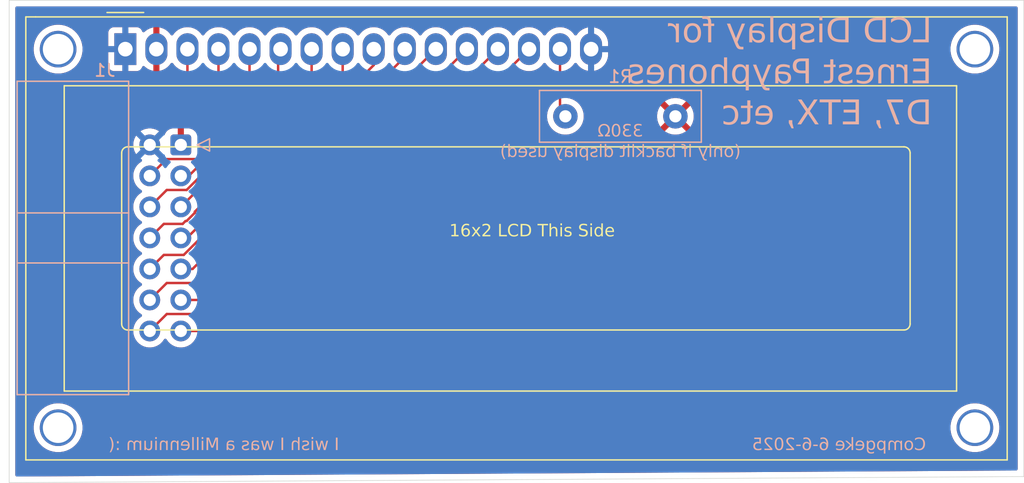
<source format=kicad_pcb>
(kicad_pcb (version 20241229) (generator "pcbnew") (generator_version "9.0")
  (layers (0 "F.Cu" signal) (2 "B.Cu" signal) (13 "F.Paste" user) (15 "B.Paste" user) (5 "F.SilkS" user "F.Silkscreen") (7 "B.SilkS" user "B.Silkscreen") (1 "F.Mask" user) (3 "B.Mask" user) (25 "Edge.Cuts" user))
  (net 0 "")
  (net 1 "Net-(DS1-D2)")
  (net 2 "Net-(DS1-D0)")
  (net 3 "Net-(DS1-VO)")
  (net 4 "Net-(DS1-RS)")
  (net 5 "Net-(DS1-D5)")
  (net 6 "Net-(DS1-LED(-))")
  (net 7 "Net-(DS1-VDD)")
  (net 8 "Net-(DS1-D4)")
  (net 9 "Net-(DS1-D1)")
  (net 10 "Net-(DS1-D7)")
  (net 11 "Net-(DS1-E)")
  (net 12 "Net-(DS1-D3)")
  (net 13 "Net-(DS1-R{slash}W)")
  (net 14 "Net-(DS1-D6)")
  (net 15 "Net-(DS1-LED(+))")
  (footprint "Display:WC1602A" (layer "F.Cu") (at 98.00052 43.9993)
    (property "Reference" "DS1" (hide yes))
    (property "Value" "WC1602A")
    (fp_line (start -8.14 -2.64) (end -8.14 33.64) (stroke (width 0.12)) (layer "F.SilkS"))
    (fp_line (start -8.14 33.64) (end 72.14 33.64) (stroke (width 0.12)) (layer "F.SilkS"))
    (fp_line (start -8.13 -2.64) (end -7.34 -2.64) (stroke (width 0.12)) (layer "F.SilkS"))
    (fp_line (start -5 3) (end 68 3) (stroke (width 0.12)) (layer "F.SilkS"))
    (fp_line (start -5 28) (end -5 3) (stroke (width 0.12)) (layer "F.SilkS"))
    (fp_line (start -1.5 -3) (end 1.5 -3) (stroke (width 0.12)) (layer "F.SilkS"))
    (fp_line (start -0.29972 22.49932) (end -0.29972 8.5) (stroke (width 0.12)) (layer "F.SilkS"))
    (fp_line (start 0.2 8) (end 63.7 8) (stroke (width 0.12)) (layer "F.SilkS"))
    (fp_line (start 63.70066 23) (end 0.2 23) (stroke (width 0.12)) (layer "F.SilkS"))
    (fp_line (start 64.2 8.5) (end 64.2 22.5) (stroke (width 0.12)) (layer "F.SilkS"))
    (fp_line (start 68 3) (end 68 28) (stroke (width 0.12)) (layer "F.SilkS"))
    (fp_line (start 68 28) (end -5 28) (stroke (width 0.12)) (layer "F.SilkS"))
    (fp_line (start 72.14 -2.64) (end -7.34 -2.64) (stroke (width 0.12)) (layer "F.SilkS"))
    (fp_line (start 72.14 33.64) (end 72.14 -2.64) (stroke (width 0.12)) (layer "F.SilkS"))
    (fp_arc (start -0.29972 8.49884) (mid -0.153162 8.145018) (end 0.20066 7.99846) (stroke (width 0.12)) (layer "F.SilkS"))
    (fp_arc (start 0.20066 22.9997) (mid -0.153162 22.853142) (end -0.29972 22.49932) (stroke (width 0.12)) (layer "F.SilkS"))
    (fp_arc (start 63.7 8) (mid 64.053553 8.146447) (end 64.2 8.5) (stroke (width 0.12)) (layer "F.SilkS"))
    (fp_arc (start 64.20104 22.49932) (mid 64.054482 22.853142) (end 63.70066 22.9997) (stroke (width 0.12)) (layer "F.SilkS"))
    (pad "" thru_hole circle (at -5.4991 0) (size 3 3) (drill 2.5) (layers "*.Cu" "*.Mask"))
    (pad "" thru_hole circle (at -5.4991 31.0007) (size 3 3) (drill 2.5) (layers "*.Cu" "*.Mask"))
    (pad "" thru_hole circle (at 69.49948 31.0007) (size 3 3) (drill 2.5) (layers "*.Cu" "*.Mask"))
    (pad "" thru_hole circle (at 69.5 0) (size 3 3) (drill 2.5) (layers "*.Cu" "*.Mask"))
    (pad "1" thru_hole rect (at 0 0) (size 1.8 2.6) (drill 1.2) (layers "*.Cu" "*.Mask") (net 6 "Net-(DS1-LED(-))"))
    (pad "2" thru_hole oval (at 2.54 0) (size 1.8 2.6) (drill 1.2) (layers "*.Cu" "*.Mask") (net 7 "Net-(DS1-VDD)"))
    (pad "3" thru_hole oval (at 5.08 0) (size 1.8 2.6) (drill 1.2) (layers "*.Cu" "*.Mask") (net 3 "Net-(DS1-VO)"))
    (pad "4" thru_hole oval (at 7.62 0) (size 1.8 2.6) (drill 1.2) (layers "*.Cu" "*.Mask") (net 4 "Net-(DS1-RS)"))
    (pad "5" thru_hole oval (at 10.16 0) (size 1.8 2.6) (drill 1.2) (layers "*.Cu" "*.Mask") (net 13 "Net-(DS1-R{slash}W)"))
    (pad "6" thru_hole oval (at 12.7 0) (size 1.8 2.6) (drill 1.2) (layers "*.Cu" "*.Mask") (net 11 "Net-(DS1-E)"))
    (pad "7" thru_hole oval (at 15.24 0) (size 1.8 2.6) (drill 1.2) (layers "*.Cu" "*.Mask") (net 2 "Net-(DS1-D0)"))
    (pad "8" thru_hole oval (at 17.78 0) (size 1.8 2.6) (drill 1.2) (layers "*.Cu" "*.Mask") (net 9 "Net-(DS1-D1)"))
    (pad "9" thru_hole oval (at 20.32 0) (size 1.8 2.6) (drill 1.2) (layers "*.Cu" "*.Mask") (net 1 "Net-(DS1-D2)"))
    (pad "10" thru_hole oval (at 22.86 0) (size 1.8 2.6) (drill 1.2) (layers "*.Cu" "*.Mask") (net 12 "Net-(DS1-D3)"))
    (pad "11" thru_hole oval (at 25.4 0) (size 1.8 2.6) (drill 1.2) (layers "*.Cu" "*.Mask") (net 8 "Net-(DS1-D4)"))
    (pad "12" thru_hole oval (at 27.94 0) (size 1.8 2.6) (drill 1.2) (layers "*.Cu" "*.Mask") (net 5 "Net-(DS1-D5)"))
    (pad "13" thru_hole oval (at 30.48 0) (size 1.8 2.6) (drill 1.2) (layers "*.Cu" "*.Mask") (net 14 "Net-(DS1-D6)"))
    (pad "14" thru_hole oval (at 33.02 0) (size 1.8 2.6) (drill 1.2) (layers "*.Cu" "*.Mask") (net 10 "Net-(DS1-D7)"))
    (pad "15" thru_hole oval (at 35.56 0) (size 1.8 2.6) (drill 1.2) (layers "*.Cu" "*.Mask") (net 15 "Net-(DS1-LED(+))"))
    (pad "16" thru_hole oval (at 38.1 0) (size 1.8 2.6) (drill 1.2) (layers "*.Cu" "*.Mask") (net 6 "Net-(DS1-LED(-))"))
  )
  (footprint "Connector_IDC:IDC-Header_2x07_P2.54mm_Horizontal" (layer "B.Cu") (at 102.54 51.84 180)
    (property "Reference" "J1" (at 6.215 6.1 0) (layer "B.SilkS") (effects (justify mirror)))
    (property "Value" "Conn_02x07_Odd_Even")
    (fp_line (start 13.39 5.21) (end 13.39 -20.45) (stroke (width 0.12)) (layer "B.SilkS"))
    (fp_line (start 13.39 -20.45) (end 4.27 -20.45) (stroke (width 0.12)) (layer "B.SilkS"))
    (fp_line (start 4.27 5.21) (end 13.39 5.21) (stroke (width 0.12)) (layer "B.SilkS"))
    (fp_line (start 4.27 -5.57) (end 13.39 -5.57) (stroke (width 0.12)) (layer "B.SilkS"))
    (fp_line (start 4.27 -9.67) (end 13.39 -9.67) (stroke (width 0.12)) (layer "B.SilkS"))
    (fp_line (start 4.27 -20.45) (end 4.27 5.21) (stroke (width 0.12)) (layer "B.SilkS"))
    (fp_line (start -1.35 0) (end -2.35 0.5) (stroke (width 0.12)) (layer "B.SilkS"))
    (fp_line (start -2.35 0.5) (end -2.35 -0.5) (stroke (width 0.12)) (layer "B.SilkS"))
    (fp_line (start -2.35 -0.5) (end -1.35 0) (stroke (width 0.12)) (layer "B.SilkS"))
    (pad "1" thru_hole roundrect (at 0 0 180) (size 1.7 1.7) (drill 1) (layers "*.Cu" "*.Mask") (roundrect_rratio 0.147059) (net 7 "Net-(DS1-VDD)"))
    (pad "2" thru_hole circle (at 2.54 0 180) (size 1.7 1.7) (drill 1) (layers "*.Cu" "*.Mask") (net 6 "Net-(DS1-LED(-))"))
    (pad "3" thru_hole circle (at 0 -2.54 180) (size 1.7 1.7) (drill 1) (layers "*.Cu" "*.Mask") (net 4 "Net-(DS1-RS)"))
    (pad "4" thru_hole circle (at 2.54 -2.54 180) (size 1.7 1.7) (drill 1) (layers "*.Cu" "*.Mask") (net 3 "Net-(DS1-VO)"))
    (pad "5" thru_hole circle (at 0 -5.08 180) (size 1.7 1.7) (drill 1) (layers "*.Cu" "*.Mask") (net 11 "Net-(DS1-E)"))
    (pad "6" thru_hole circle (at 2.54 -5.08 180) (size 1.7 1.7) (drill 1) (layers "*.Cu" "*.Mask") (net 13 "Net-(DS1-R{slash}W)"))
    (pad "7" thru_hole circle (at 0 -7.62 180) (size 1.7 1.7) (drill 1) (layers "*.Cu" "*.Mask") (net 9 "Net-(DS1-D1)"))
    (pad "8" thru_hole circle (at 2.54 -7.62 180) (size 1.7 1.7) (drill 1) (layers "*.Cu" "*.Mask") (net 2 "Net-(DS1-D0)"))
    (pad "9" thru_hole circle (at 0 -10.16 180) (size 1.7 1.7) (drill 1) (layers "*.Cu" "*.Mask") (net 12 "Net-(DS1-D3)"))
    (pad "10" thru_hole circle (at 2.54 -10.16 180) (size 1.7 1.7) (drill 1) (layers "*.Cu" "*.Mask") (net 1 "Net-(DS1-D2)"))
    (pad "11" thru_hole circle (at 0 -12.7 180) (size 1.7 1.7) (drill 1) (layers "*.Cu" "*.Mask") (net 5 "Net-(DS1-D5)"))
    (pad "12" thru_hole circle (at 2.54 -12.7 180) (size 1.7 1.7) (drill 1) (layers "*.Cu" "*.Mask") (net 8 "Net-(DS1-D4)"))
    (pad "13" thru_hole circle (at 0 -15.24 180) (size 1.7 1.7) (drill 1) (layers "*.Cu" "*.Mask") (net 10 "Net-(DS1-D7)"))
    (pad "14" thru_hole circle (at 2.54 -15.24 180) (size 1.7 1.7) (drill 1) (layers "*.Cu" "*.Mask") (net 14 "Net-(DS1-D6)"))
  )
  (footprint "Resistor_THT:R_Box_L13.0mm_W4.0mm_P9.00mm" (layer "B.Cu") (at 143 49.5 180)
    (property "Reference" "R1" (at 4.5 3.25 0) (layer "B.SilkS") (effects (justify mirror)))
    (property "Value" "330")
    (fp_line (start 11.12 2.12) (end 11.12 -2.12) (stroke (width 0.12)) (layer "B.SilkS"))
    (fp_line (start -2.12 2.12) (end 11.12 2.12) (stroke (width 0.12)) (layer "B.SilkS"))
    (fp_line (start -2.12 2.12) (end -2.12 -2.12) (stroke (width 0.12)) (layer "B.SilkS"))
    (fp_line (start -2.12 -2.12) (end 11.12 -2.12) (stroke (width 0.12)) (layer "B.SilkS"))
    (pad "1" thru_hole circle (at 0 0 180) (size 2 2) (drill 1) (layers "*.Cu" "*.Mask") (net 7 "Net-(DS1-VDD)"))
    (pad "2" thru_hole circle (at 9 0 180) (size 2 2) (drill 1) (layers "*.Cu" "*.Mask") (net 15 "Net-(DS1-LED(+))"))
  )
  (gr_line (start 88.5 79.5) (end 88.5 40) (stroke (width 0.05)) (layer "Edge.Cuts"))
  (gr_line (start 171.5 79) (end 88.5 79.5) (stroke (width 0.05)) (layer "Edge.Cuts"))
  (gr_line (start 88.5 40) (end 171.5 40) (stroke (width 0.05)) (layer "Edge.Cuts"))
  (gr_line (start 171.5 40) (end 171.5 79) (stroke (width 0.05)) (layer "Edge.Cuts"))
  (gr_text "16x2 LCD This Side" (at 124.5 59.5 0) (layer "F.SilkS") (effects (font (size 1 1) (thickness 0.1)) (justify left bottom)))
  (gr_text "LCD Display for \nErnest Payphones\nD7, ETX, etc" (at 164 50.5 0) (layer "B.SilkS") (effects (font (size 2 2) (thickness 0.1)) (justify left bottom mirror)))
  (gr_text "330Ω\n(only if backlit display used)" (at 138.5 53 0) (layer "B.SilkS") (effects (font (size 1 1) (thickness 0.1)) (justify bottom mirror)))
  (gr_text "Compgeke 6-6-2025" (at 163.5 77 0) (layer "B.SilkS") (effects (font (size 1 1) (thickness 0.1)) (justify left bottom mirror)))
  (gr_text "I wish I was a Millennium :(" (at 115.5 77 0) (layer "B.SilkS") (effects (font (size 1 1) (thickness 0.1)) (justify left bottom mirror)))
  (segment (start 118.32052 43.9993) (end 118.32052 45.30724) (width 0.2) (layer "F.Cu") (net 1))
  (segment (start 118.32052 45.30724) (end 102.77876 60.849) (width 0.2) (layer "F.Cu") (net 1))
  (segment (start 101.151 60.849) (end 100 62) (width 0.2) (layer "F.Cu") (net 1))
  (segment (start 102.77876 60.849) (end 101.151 60.849) (width 0.2) (layer "F.Cu") (net 1))
  (segment (start 113.24052 47.75948) (end 103.691 57.309) (width 0.2) (layer "F.Cu") (net 2))
  (segment (start 102.929 58.071) (end 102.691 58.309) (width 0.2) (layer "F.Cu") (net 2))
  (segment (start 103.691 57.39676) (end 103.01676 58.071) (width 0.2) (layer "F.Cu") (net 2))
  (segment (start 113.24052 43.9993) (end 113.24052 47.75948) (width 0.2) (layer "F.Cu") (net 2))
  (segment (start 101.151 58.309) (end 100 59.46) (width 0.2) (layer "F.Cu") (net 2))
  (segment (start 103.01676 58.071) (end 102.929 58.071) (width 0.2) (layer "F.Cu") (net 2))
  (segment (start 103.691 57.309) (end 103.691 57.39676) (width 0.2) (layer "F.Cu") (net 2))
  (segment (start 102.691 58.309) (end 101.151 58.309) (width 0.2) (layer "F.Cu") (net 2))
  (segment (start 103.08052 48.58052) (end 104.5 50) (width 0.2) (layer "F.Cu") (net 3))
  (segment (start 101.38 53) (end 100 54.38) (width 0.2) (layer "F.Cu") (net 3))
  (segment (start 104.5 52.5) (end 104 53) (width 0.2) (layer "F.Cu") (net 3))
  (segment (start 103.08052 43.9993) (end 103.08052 48.58052) (width 0.2) (layer "F.Cu") (net 3))
  (segment (start 104.5 50) (end 104.5 52.5) (width 0.2) (layer "F.Cu") (net 3))
  (segment (start 104 53) (end 101.38 53) (width 0.2) (layer "F.Cu") (net 3))
  (segment (start 105.62052 51.94658) (end 103.1871 54.38) (width 0.2) (layer "F.Cu") (net 4))
  (segment (start 103.1871 54.38) (end 102.54 54.38) (width 0.2) (layer "F.Cu") (net 4))
  (segment (start 105.62052 43.9993) (end 105.62052 51.94658) (width 0.2) (layer "F.Cu") (net 4))
  (segment (start 125.94052 43.9993) (end 105.39982 64.54) (width 0.2) (layer "F.Cu") (net 5))
  (segment (start 105.39982 64.54) (end 102.54 64.54) (width 0.2) (layer "F.Cu") (net 5))
  (segment (start 104.24882 63.151) (end 101.389 63.151) (width 0.2) (layer "F.Cu") (net 8))
  (segment (start 101.389 63.151) (end 100 64.54) (width 0.2) (layer "F.Cu") (net 8))
  (segment (start 123.40052 43.9993) (end 104.24882 63.151) (width 0.2) (layer "F.Cu") (net 8))
  (segment (start 103.04 59.46) (end 102.54 59.46) (width 0.2) (layer "F.Cu") (net 9))
  (segment (start 115.78052 46.71948) (end 103.04 59.46) (width 0.2) (layer "F.Cu") (net 9))
  (segment (start 115.78052 43.9993) (end 115.78052 46.71948) (width 0.2) (layer "F.Cu") (net 9))
  (segment (start 131.02052 43.9993) (end 107.93982 67.08) (width 0.2) (layer "F.Cu") (net 10))
  (segment (start 107.93982 67.08) (end 102.54 67.08) (width 0.2) (layer "F.Cu") (net 10))
  (segment (start 110.5 44.19982) (end 110.5 48.96) (width 0.2) (layer "F.Cu") (net 11))
  (segment (start 110.5 48.96) (end 102.54 56.92) (width 0.2) (layer "F.Cu") (net 11))
  (segment (start 110.70052 43.9993) (end 110.5 44.19982) (width 0.2) (layer "F.Cu") (net 11))
  (segment (start 120.86052 44.63948) (end 103.5 62) (width 0.2) (layer "F.Cu") (net 12))
  (segment (start 103.5 62) (end 102.54 62) (width 0.2) (layer "F.Cu") (net 12))
  (segment (start 120.86052 43.9993) (end 120.86052 44.63948) (width 0.2) (layer "F.Cu") (net 12))
  (segment (start 103.01676 55.531) (end 101.389 55.531) (width 0.2) (layer "F.Cu") (net 13))
  (segment (start 101.389 55.531) (end 100 56.92) (width 0.2) (layer "F.Cu") (net 13))
  (segment (start 108.16052 50.38724) (end 103.01676 55.531) (width 0.2) (layer "F.Cu") (net 13))
  (segment (start 108.16052 43.9993) (end 108.16052 50.38724) (width 0.2) (layer "F.Cu") (net 13))
  (segment (start 101.389 65.691) (end 100 67.08) (width 0.2) (layer "F.Cu") (net 14))
  (segment (start 128.48052 43.9993) (end 106.78882 65.691) (width 0.2) (layer "F.Cu") (net 14))
  (segment (start 106.78882 65.691) (end 101.389 65.691) (width 0.2) (layer "F.Cu") (net 14))
  (segment (start 133.56052 43.9993) (end 133.56052 49.64052) (width 0.2) (layer "F.Cu") (net 15))
  (segment (start 133.56052 49.64052) (end 133.92 50) (width 0.2) (layer "F.Cu") (net 15))
  (zone (net 7) (net_name "Net-(DS1-VDD)") (layer "F.Cu") (connect_pads (clearance 0.5)) (min_thickness 0.25) (fill yes (thermal_gap 0.5) (thermal_bridge_width 0.5))
    (polygon (pts (xy 171.5 40) (xy 88.5 40) (xy 88.5 79.5) (xy 171.5 79)))
  )
  (zone (net 6) (net_name "Net-(DS1-LED(-))") (layer "B.Cu") (priority 1) (connect_pads (clearance 0.5)) (min_thickness 0.25) (fill yes (thermal_gap 0.5) (thermal_bridge_width 0.5))
    (polygon (pts (xy 171.5 40) (xy 88.5 40) (xy 88.5 79.5) (xy 171.5 79)))
  )
)
</source>
